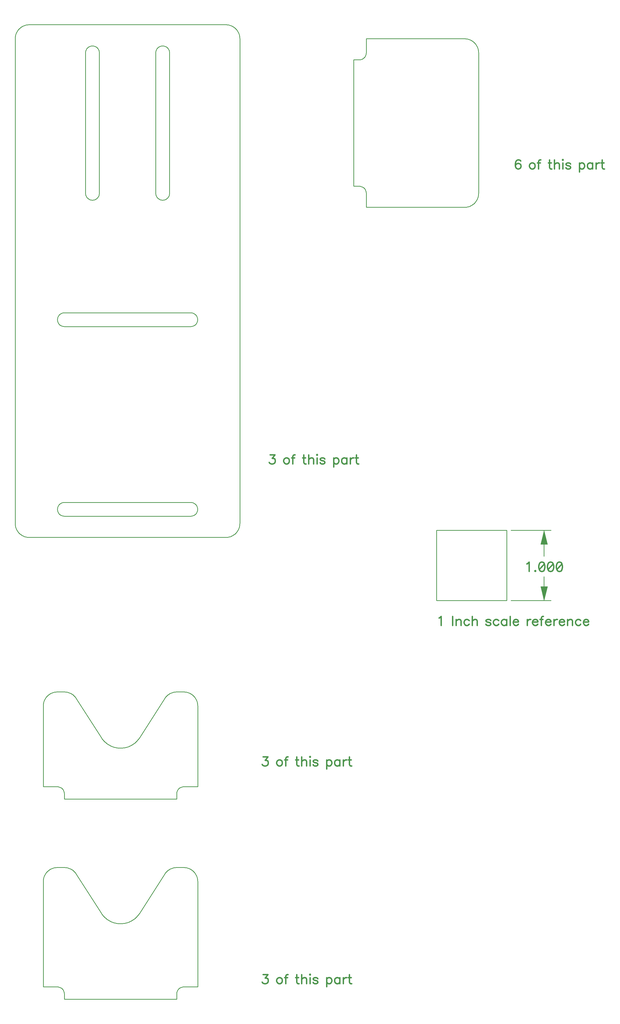
<source format=gbr>
G04*
G04  File:            HOLDER.GBR, Fri Apr 24 10:33:38 2009*
G04  Source:          P-CAD 2000 PCB, Version 15.10.24, (C:\Documents and Settings\ram\My Documents\work\micron\handle\holder.pcb)*
G04  Format:          Gerber Format (RS-274-D), ASCII*
G04*
G04  Format Options:  Absolute Positioning*
G04                   Leading-Zero Suppression*
G04                   Scale Factor 1:1*
G04                   NO Circular Interpolation*
G04                   Inch Units*
G04                   Numeric Format: 4.4 (XXXX.XXXX)*
G04                   G54 NOT Used for Aperture Change*
G04                   Apertures Embedded*
G04*
G04  File Options:    Offset = (0.0mil,0.0mil)*
G04                   Drill Symbol Size = 80.0mil*
G04                   Pad/Via Holes*
G04*
G04  File Contents:   Pads*
G04                   Vias*
G04                   Designators*
G04                   Types*
G04                   Values*
G04                   Drill Symbols*
G04                   Bot Assy*
G04*
%INHOLDER.GBR*%
%ICAS*%
%MOIN*%
G04*
G04  Aperture MACROs for general use --- invoked via D-code assignment *
G04*
G04  General MACRO for flashed round with rotation and/or offset hole *
%AMROTOFFROUND*
1,1,$1,0.0000,0.0000*
1,0,$2,$3,$4*%
G04*
G04  General MACRO for flashed oval (obround) with rotation and/or offset hole *
%AMROTOFFOVAL*
21,1,$1,$2,0.0000,0.0000,$3*
1,1,$4,$5,$6*
1,1,$4,0-$5,0-$6*
1,0,$7,$8,$9*%
G04*
G04  General MACRO for flashed oval (obround) with rotation and no hole *
%AMROTOVALNOHOLE*
21,1,$1,$2,0.0000,0.0000,$3*
1,1,$4,$5,$6*
1,1,$4,0-$5,0-$6*%
G04*
G04  General MACRO for flashed rectangle with rotation and/or offset hole *
%AMROTOFFRECT*
21,1,$1,$2,0.0000,0.0000,$3*
1,0,$4,$5,$6*%
G04*
G04  General MACRO for flashed rectangle with rotation and no hole *
%AMROTRECTNOHOLE*
21,1,$1,$2,0.0000,0.0000,$3*%
G04*
G04  General MACRO for flashed rounded-rectangle *
%AMROUNDRECT*
21,1,$1,$2-$4,0.0000,0.0000,$3*
21,1,$1-$4,$2,0.0000,0.0000,$3*
1,1,$4,$5,$6*
1,1,$4,$7,$8*
1,1,$4,0-$5,0-$6*
1,1,$4,0-$7,0-$8*
1,0,$9,$10,$11*%
G04*
G04  General MACRO for flashed rounded-rectangle with rotation and no hole *
%AMROUNDRECTNOHOLE*
21,1,$1,$2-$4,0.0000,0.0000,$3*
21,1,$1-$4,$2,0.0000,0.0000,$3*
1,1,$4,$5,$6*
1,1,$4,$7,$8*
1,1,$4,0-$5,0-$6*
1,1,$4,0-$7,0-$8*%
G04*
G04  General MACRO for flashed regular polygon *
%AMREGPOLY*
5,1,$1,0.0000,0.0000,$2,$3+$4*
1,0,$5,$6,$7*%
G04*
G04  General MACRO for flashed regular polygon with no hole *
%AMREGPOLYNOHOLE*
5,1,$1,0.0000,0.0000,$2,$3+$4*%
G04*
G04  General MACRO for target *
%AMTARGET*
6,0,0,$1,$2,$3,4,$4,$5,$6*%
G04*
G04  General MACRO for mounting hole *
%AMMTHOLE*
1,1,$1,0,0*
1,0,$2,0,0*
$1=$1-$2*
$1=$1/2*
21,1,$2+$1,$3,0,0,$4*
21,1,$3,$2+$1,0,0,$4*%
G04*
G04*
G04  D10 : "Ellipse X1.0mil Y1.0mil H0.0mil 0.0deg (0.0mil,0.0mil) Draw"*
G04  Disc: OuterDia=0.0010*
%ADD10C, 0.0010*%
G04  D11 : "Ellipse X10.0mil Y10.0mil H0.0mil 0.0deg (0.0mil,0.0mil) Draw"*
G04  Disc: OuterDia=0.0100*
%ADD11C, 0.0100*%
G04  D12 : "Ellipse X20.0mil Y20.0mil H0.0mil 0.0deg (0.0mil,0.0mil) Draw"*
G04  Disc: OuterDia=0.0200*
%ADD12C, 0.0200*%
G04*
%FSLAX44Y44*%
%SFA1B1*%
%OFA0.0000B0.0000*%
G04*
G70*
G90*
G01*
D2*
%LNBot Assy*%
D11*
X27000Y133980*
X26900Y133974D1*
X26802Y133959*
X26706Y133935*
X26613Y133900*
X26524Y133856*
X26440Y133804*
X26361Y133743*
X26289Y133675*
X26225Y133599*
X26168Y133518*
X26120Y133431*
X26081Y133340*
X26051Y133245*
X26031Y133148*
X26021Y133049*
Y132950*
X26031Y132851*
X26051Y132754*
X26081Y132659*
X26120Y132568*
X26168Y132481*
X26225Y132400*
X26289Y132324*
X26361Y132256*
X26440Y132195*
X26524Y132143*
X26613Y132099*
X26706Y132064*
X26802Y132040*
X26900Y132025*
X27000Y132020*
X40020Y178000D2*
Y198000D1*
Y178000D2*
X40025Y177900D1*
X40040Y177802*
X40064Y177706*
X40099Y177613*
X40143Y177524*
X40195Y177440*
X40256Y177361*
X40324Y177289*
X40400Y177225*
X40481Y177168*
X40568Y177120*
X40659Y177081*
X40754Y177051*
X40851Y177031*
X40950Y177021*
X41049*
X41148Y177031*
X41245Y177051*
X41340Y177081*
X41431Y177120*
X41518Y177168*
X41599Y177225*
X41675Y177289*
X41743Y177361*
X41804Y177440*
X41856Y177524*
X41900Y177613*
X41935Y177706*
X41959Y177802*
X41974Y177900*
X41980Y178000*
X31980Y198000D2*
X31974Y198099D1*
X31959Y198197*
X31935Y198293*
X31900Y198386*
X31856Y198475*
X31804Y198559*
X31743Y198638*
X31675Y198710*
X31599Y198774*
X31518Y198831*
X31431Y198879*
X31340Y198918*
X31245Y198948*
X31148Y198968*
X31049Y198978*
X30950*
X30851Y198968*
X30754Y198948*
X30659Y198918*
X30568Y198879*
X30481Y198831*
X30400Y198774*
X30324Y198710*
X30256Y198638*
X30195Y198559*
X30143Y198475*
X30099Y198386*
X30064Y198293*
X30040Y198197*
X30025Y198099*
X30020Y198000*
X31980Y178000D2*
Y198000D1*
Y178000D2*
X31974Y177900D1*
X31959Y177802*
X31935Y177706*
X31900Y177613*
X31856Y177524*
X31804Y177440*
X31743Y177361*
X31675Y177289*
X31599Y177225*
X31518Y177168*
X31431Y177120*
X31340Y177081*
X31245Y177051*
X31148Y177031*
X31049Y177021*
X30950*
X30851Y177031*
X30754Y177051*
X30659Y177081*
X30568Y177120*
X30481Y177168*
X30400Y177225*
X30324Y177289*
X30256Y177361*
X30195Y177440*
X30143Y177524*
X30099Y177613*
X30064Y177706*
X30040Y177802*
X30025Y177900*
X30020Y178000*
X40020Y198000D2*
X40025Y198099D1*
X40040Y198197*
X40064Y198293*
X40099Y198386*
X40143Y198475*
X40195Y198559*
X40256Y198638*
X40324Y198710*
X40400Y198774*
X40481Y198831*
X40568Y198879*
X40659Y198918*
X40754Y198948*
X40851Y198968*
X40950Y198978*
X41049*
X41148Y198968*
X41245Y198948*
X41340Y198918*
X41431Y198879*
X41518Y198831*
X41599Y198774*
X41675Y198710*
X41743Y198638*
X41804Y198559*
X41856Y198475*
X41900Y198386*
X41935Y198293*
X41959Y198197*
X41974Y198099*
X41980Y198000*
Y178000D2*
Y198000D1*
X26000Y93500D2*
X26098Y93495D1*
X26195Y93480*
X26290Y93456*
X26382Y93423*
X26471Y93381*
X26555Y93331*
X26634Y93273*
X26707Y93207*
X26773Y93134*
X26831Y93055*
X26881Y92971*
X26923Y92882*
X26956Y92790*
X26980Y92695*
X26995Y92598*
X27000Y92500*
X43000D2*
X43004Y92598D1*
X43019Y92695*
X43043Y92790*
X43076Y92882*
X43118Y92971*
X43168Y93055*
X43226Y93134*
X43292Y93207*
X43365Y93273*
X43444Y93331*
X43528Y93381*
X43617Y93423*
X43709Y93456*
X43804Y93480*
X43901Y93495*
X44000Y93500*
X27000Y92500D2*
Y91730D1*
X43000Y92500D2*
Y91730D1*
X26000Y107000D2*
X25901Y106997D1*
X25803Y106990*
X25706Y106978*
X25609Y106961*
X25514Y106940*
X25419Y106913*
X25326Y106883*
X25234Y106847*
X25144Y106807*
X25057Y106763*
X24971Y106715*
X24888Y106662*
X24808Y106606*
X24731Y106546*
X24656Y106481*
X24585Y106414*
X24518Y106343*
X24453Y106268*
X24393Y106191*
X24337Y106111*
X24284Y106028*
X24236Y105942*
X24192Y105855*
X24152Y105765*
X24116Y105673*
X24086Y105580*
X24059Y105485*
X24038Y105390*
X24021Y105293*
X24009Y105196*
X24002Y105098*
X24000Y105000*
X44000Y107000D2*
X44098Y106997D1*
X44196Y106990*
X44293Y106978*
X44390Y106961*
X44485Y106940*
X44580Y106913*
X44673Y106883*
X44765Y106847*
X44855Y106807*
X44942Y106763*
X45028Y106715*
X45111Y106662*
X45191Y106606*
X45268Y106546*
X45343Y106481*
X45414Y106414*
X45481Y106343*
X45546Y106268*
X45606Y106191*
X45662Y106111*
X45715Y106028*
X45763Y105942*
X45807Y105855*
X45847Y105765*
X45883Y105673*
X45913Y105580*
X45940Y105485*
X45961Y105390*
X45978Y105293*
X45990Y105196*
X45997Y105098*
X46000Y105000*
X43000Y107000D2*
X42904Y106997D1*
X42808Y106990*
X42713Y106979*
X42618Y106963*
X42525Y106942*
X42432Y106917*
X42341Y106888*
X42251Y106854*
X42163Y106816*
X42077Y106774*
X41993Y106728*
X41911Y106677*
X41832Y106623*
X41755Y106565*
X41682Y106504*
X41611Y106439*
X41544Y106371*
X41480Y106300*
X41419Y106225*
X41362Y106148*
X41309Y106068*
X37700Y100440D2*
X41310Y106070D1*
X32300Y100440D2*
X28690Y106070D1*
X28688Y106071D2*
X28635Y106151D1*
X28578Y106228*
X28517Y106302*
X28453Y106373*
X28386Y106441*
X28315Y106506*
X28242Y106567*
X28165Y106625*
X28086Y106678*
X28005Y106729*
X27921Y106775*
X27835Y106817*
X27747Y106855*
X27657Y106888*
X27566Y106918*
X27474Y106942*
X27380Y106963*
X27286Y106979*
X27191Y106990*
X27095Y106997*
X27000Y107000*
X24000Y93500D2*
Y105000D1*
X46000D2*
Y93500D1*
X43000Y63230D2*
X27000D1*
Y64000D2*
X26995Y64098D1*
X26980Y64195*
X26956Y64290*
X26923Y64382*
X26881Y64471*
X26831Y64555*
X26773Y64634*
X26707Y64707*
X26634Y64773*
X26555Y64831*
X26471Y64881*
X26382Y64923*
X26290Y64956*
X26195Y64980*
X26098Y64995*
X26000Y65000*
X43000Y64000D2*
X43004Y64098D1*
X43019Y64195*
X43043Y64290*
X43076Y64382*
X43118Y64471*
X43168Y64555*
X43226Y64634*
X43292Y64707*
X43365Y64773*
X43444Y64831*
X43528Y64881*
X43617Y64923*
X43709Y64956*
X43804Y64980*
X43901Y64995*
X44000Y65000*
X26000D2*
X24000D1*
Y80000D2*
X24002Y80098D1*
X24009Y80196*
X24021Y80293*
X24038Y80390*
X24059Y80485*
X24086Y80580*
X24116Y80673*
X24152Y80765*
X24192Y80855*
X24236Y80942*
X24284Y81028*
X24337Y81111*
X24393Y81191*
X24453Y81268*
X24518Y81343*
X24585Y81414*
X24656Y81481*
X24731Y81546*
X24808Y81606*
X24888Y81662*
X24971Y81715*
X25057Y81763*
X25144Y81807*
X25234Y81847*
X25326Y81883*
X25419Y81913*
X25514Y81940*
X25609Y81961*
X25706Y81978*
X25803Y81990*
X25901Y81997*
X26000Y82000*
X41309Y81068D2*
X41362Y81148D1*
X41419Y81225*
X41480Y81300*
X41544Y81371*
X41611Y81439*
X41682Y81504*
X41755Y81565*
X41832Y81623*
X41911Y81677*
X41993Y81728*
X42077Y81774*
X42163Y81816*
X42251Y81854*
X42341Y81888*
X42432Y81917*
X42525Y81942*
X42618Y81963*
X42713Y81979*
X42808Y81990*
X42904Y81997*
X43000Y82000*
X37700Y75440D2*
X41310Y81070D1*
X37703Y75446D2*
X37647Y75364D1*
X37588Y75284*
X37527Y75206*
X37463Y75129*
X37397Y75055*
X37328Y74983*
X37258Y74912*
X37185Y74844*
X37111Y74778*
X37034Y74715*
X36955Y74654*
X36875Y74595*
X36793Y74539*
X36709Y74485*
X36624Y74434*
X36537Y74386*
X36448Y74340*
X36358Y74297*
X36267Y74257*
X36175Y74220*
X36082Y74185*
X35987Y74153*
X35892Y74124*
X35796Y74099*
X35699Y74076*
X35602Y74056*
X35504Y74039*
X35405Y74025*
X35306Y74014*
X35207Y74006*
X35108Y74001*
X35008Y74000*
X34908Y74001*
X34809Y74005*
X34710Y74012*
X34611Y74023*
X34512Y74036*
X34414Y74053*
X34316Y74072*
X34219Y74095*
X34123Y74120*
X34028Y74148*
X33933Y74179*
X33840Y74213*
X33747Y74250*
X33656Y74290*
X33566Y74333*
X33477Y74378*
X33390Y74426*
X33305Y74476*
X33220Y74530*
X33138Y74585*
X33057Y74644*
X32978Y74704*
X32901Y74767*
X32826Y74833*
X32753Y74901*
X32683Y74970*
X32614Y75042*
X32547Y75117*
X32483Y75193*
X32421Y75271*
X32362Y75350*
X32305Y75432*
X32300Y75440D2*
X28690Y81070D1*
X28688Y81071D2*
X28635Y81151D1*
X28578Y81228*
X28517Y81302*
X28453Y81373*
X28386Y81441*
X28315Y81506*
X28242Y81567*
X28165Y81625*
X28086Y81678*
X28005Y81729*
X27921Y81775*
X27835Y81817*
X27747Y81855*
X27657Y81888*
X27566Y81918*
X27474Y81942*
X27380Y81963*
X27286Y81979*
X27191Y81990*
X27095Y81997*
X27000Y82000*
X26000D2*
X27000D1*
X43000D2*
X44000D1*
X24000Y65000D2*
Y80000D1*
X46000D2*
Y65000D1*
X27000Y64000D2*
Y63230D1*
X43000Y64000D2*
Y63230D1*
X46000Y65000D2*
X44000D1*
X46000Y80000D2*
X45997Y80098D1*
X45990Y80196*
X45978Y80293*
X45961Y80390*
X45940Y80485*
X45913Y80580*
X45883Y80673*
X45847Y80765*
X45807Y80855*
X45763Y80942*
X45715Y81028*
X45662Y81111*
X45606Y81191*
X45546Y81268*
X45481Y81343*
X45414Y81414*
X45343Y81481*
X45268Y81546*
X45191Y81606*
X45111Y81662*
X45028Y81715*
X44942Y81763*
X44855Y81807*
X44765Y81847*
X44673Y81883*
X44580Y81913*
X44485Y81940*
X44390Y81961*
X44293Y81978*
X44196Y81990*
X44098Y81997*
X44000Y82000*
X46000Y93500D2*
X44000D1*
X43000Y107000D2*
X44000D1*
X37703Y100446D2*
X37647Y100364D1*
X37588Y100284*
X37527Y100206*
X37463Y100129*
X37397Y100055*
X37328Y99983*
X37258Y99912*
X37185Y99844*
X37111Y99778*
X37034Y99715*
X36955Y99654*
X36875Y99595*
X36793Y99539*
X36709Y99485*
X36624Y99434*
X36537Y99386*
X36448Y99340*
X36358Y99297*
X36267Y99257*
X36175Y99220*
X36082Y99185*
X35987Y99153*
X35892Y99124*
X35796Y99099*
X35699Y99076*
X35602Y99056*
X35504Y99039*
X35405Y99025*
X35306Y99014*
X35207Y99006*
X35108Y99001*
X35008Y99000*
X34908Y99001*
X34809Y99005*
X34710Y99012*
X34611Y99023*
X34512Y99036*
X34414Y99053*
X34316Y99072*
X34219Y99095*
X34123Y99120*
X34028Y99148*
X33933Y99179*
X33840Y99213*
X33747Y99250*
X33656Y99290*
X33566Y99333*
X33477Y99378*
X33390Y99426*
X33305Y99476*
X33220Y99530*
X33138Y99585*
X33057Y99644*
X32978Y99704*
X32901Y99767*
X32826Y99833*
X32753Y99901*
X32683Y99970*
X32614Y100042*
X32547Y100117*
X32483Y100193*
X32421Y100271*
X32362Y100350*
X32305Y100432*
X26000Y107000D2*
X27000D1*
X26000Y93500D2*
X24000D1*
X43000Y91730D2*
X27000D1*
X69000Y197000D2*
X69098Y197004D1*
X69195Y197019*
X69290Y197043*
X69382Y197076*
X69471Y197118*
X69555Y197168*
X69634Y197226*
X69707Y197292*
X69773Y197365*
X69831Y197444*
X69881Y197528*
X69923Y197617*
X69956Y197709*
X69980Y197804*
X69995Y197901*
X70000Y198000*
X68230Y179000D2*
Y197000D1*
X70000Y198000D2*
Y200000D1*
X69000Y179000D2*
X68230D1*
X70000Y176000D2*
Y178000D1*
X86000Y198000D2*
X85997Y198098D1*
X85990Y198196*
X85978Y198293*
X85961Y198390*
X85940Y198485*
X85913Y198580*
X85883Y198673*
X85847Y198765*
X85807Y198855*
X85763Y198942*
X85715Y199028*
X85662Y199111*
X85606Y199191*
X85546Y199268*
X85481Y199343*
X85414Y199414*
X85343Y199481*
X85268Y199546*
X85191Y199606*
X85111Y199662*
X85028Y199715*
X84942Y199763*
X84855Y199807*
X84765Y199847*
X84673Y199883*
X84580Y199913*
X84485Y199940*
X84390Y199961*
X84293Y199978*
X84196Y199990*
X84098Y199997*
X84000Y200000*
X70000D2*
X84000D1*
X86000Y178000D2*
X85997Y177901D1*
X85990Y177803*
X85978Y177706*
X85961Y177609*
X85940Y177514*
X85913Y177419*
X85883Y177326*
X85847Y177234*
X85807Y177144*
X85763Y177057*
X85715Y176971*
X85662Y176888*
X85606Y176808*
X85546Y176731*
X85481Y176656*
X85414Y176585*
X85343Y176518*
X85268Y176453*
X85191Y176393*
X85111Y176337*
X85028Y176284*
X84942Y176236*
X84855Y176192*
X84765Y176152*
X84673Y176116*
X84580Y176086*
X84485Y176059*
X84390Y176038*
X84293Y176021*
X84196Y176009*
X84098Y176002*
X84000Y176000*
X30020Y178000D2*
Y198000D1*
X27000Y160980D2*
X44990D1*
X27000Y132020D2*
X45000D1*
X69000Y197000D2*
X68230D1*
X69000Y179000D2*
X69098Y178995D1*
X69195Y178980*
X69290Y178956*
X69382Y178923*
X69471Y178881*
X69555Y178831*
X69634Y178773*
X69707Y178707*
X69773Y178634*
X69831Y178555*
X69881Y178471*
X69923Y178382*
X69956Y178290*
X69980Y178195*
X69995Y178098*
X70000Y178000*
X27000Y159020D2*
X45000D1*
X27000D2*
X26900Y159025D1*
X26802Y159040*
X26706Y159064*
X26613Y159099*
X26524Y159143*
X26440Y159195*
X26361Y159256*
X26289Y159324*
X26225Y159400*
X26168Y159481*
X26120Y159568*
X26081Y159659*
X26051Y159754*
X26031Y159851*
X26021Y159950*
Y160049*
X26031Y160148*
X26051Y160245*
X26081Y160340*
X26120Y160431*
X26168Y160518*
X26225Y160599*
X26289Y160675*
X26361Y160743*
X26440Y160804*
X26524Y160856*
X26613Y160900*
X26706Y160935*
X26802Y160959*
X26900Y160974*
X27000Y160980*
X45000D2*
X45099Y160974D1*
X45197Y160959*
X45293Y160935*
X45386Y160900*
X45475Y160856*
X45559Y160804*
X45638Y160743*
X45710Y160675*
X45774Y160599*
X45831Y160518*
X45879Y160431*
X45918Y160340*
X45948Y160245*
X45968Y160148*
X45978Y160049*
Y159950*
X45968Y159851*
X45948Y159754*
X45918Y159659*
X45879Y159568*
X45831Y159481*
X45774Y159400*
X45710Y159324*
X45638Y159256*
X45559Y159195*
X45475Y159143*
X45386Y159099*
X45293Y159064*
X45197Y159040*
X45099Y159025*
X45000Y159020*
D2*
D12*
X56312Y140750*
X57000D1*
X56625Y140250*
X56812*
X56937Y140187*
X57000Y140125*
X57062Y139937*
Y139812*
X57000Y139625*
X56875Y139500*
X56687Y139437*
X56500*
X56312Y139500*
X56250Y139562*
X56187Y139687*
X58562Y140312D2*
X58437Y140250D1*
X58312Y140125*
X58250Y139937*
Y139812*
X58312Y139625*
X58437Y139500*
X58562Y139437*
X58750*
X58875Y139500*
X59000Y139625*
X59062Y139812*
Y139937*
X59000Y140125*
X58875Y140250*
X58750Y140312*
X58562*
X59875Y140750D2*
X59750D1*
X59625Y140687*
X59562Y140500*
Y139437*
X59375Y140312D2*
X59812D1*
X61125Y140750D2*
Y139687D1*
X61187Y139500*
X61312Y139437*
X61437*
X60937Y140312D2*
X61375D1*
X61812Y140750D2*
Y139437D1*
Y140062D2*
X62000Y140250D1*
X62125Y140312*
X62312*
X62437Y140250*
X62500Y140062*
Y139437*
X62937Y140750D2*
X63000Y140687D1*
X63062Y140750*
X63000Y140812*
X62937Y140750*
X63000Y140312D2*
Y139437D1*
X64125Y140125D2*
X64062Y140250D1*
X63875Y140312*
X63687*
X63500Y140250*
X63437Y140125*
X63500Y140000*
X63625Y139937*
X63937Y139875*
X64062Y139812*
X64125Y139687*
Y139625*
X64062Y139500*
X63875Y139437*
X63687*
X63500Y139500*
X63437Y139625*
X65375Y140312D2*
Y139000D1*
Y140125D2*
X65500Y140250D1*
X65625Y140312*
X65812*
X65937Y140250*
X66062Y140125*
X66125Y139937*
Y139812*
X66062Y139625*
X65937Y139500*
X65812Y139437*
X65625*
X65500Y139500*
X65375Y139625*
X67250Y140312D2*
Y139437D1*
Y140125D2*
X67125Y140250D1*
X67000Y140312*
X66812*
X66687Y140250*
X66562Y140125*
X66500Y139937*
Y139812*
X66562Y139625*
X66687Y139500*
X66812Y139437*
X67000*
X67125Y139500*
X67250Y139625*
X67750Y140312D2*
Y139437D1*
Y139937D2*
X67812Y140125D1*
X67937Y140250*
X68062Y140312*
X68250*
X68625Y140750D2*
Y139687D1*
X68687Y139500*
X68812Y139437*
X68937*
X68437Y140312D2*
X68875D1*
X92000Y182562D2*
X91937Y182687D1*
X91750Y182750*
X91625*
X91437Y182687*
X91312Y182500*
X91250Y182187*
Y181875*
X91312Y181625*
X91437Y181500*
X91625Y181437*
X91687*
X91875Y181500*
X92000Y181625*
X92062Y181812*
Y181875*
X92000Y182062*
X91875Y182187*
X91687Y182250*
X91625*
X91437Y182187*
X91312Y182062*
X91250Y181875*
X93562Y182312D2*
X93437Y182250D1*
X93312Y182125*
X93250Y181937*
Y181812*
X93312Y181625*
X93437Y181500*
X93562Y181437*
X93750*
X93875Y181500*
X94000Y181625*
X94062Y181812*
Y181937*
X94000Y182125*
X93875Y182250*
X93750Y182312*
X93562*
X94875Y182750D2*
X94750D1*
X94625Y182687*
X94562Y182500*
Y181437*
X94375Y182312D2*
X94812D1*
X96125Y182750D2*
Y181687D1*
X96187Y181500*
X96312Y181437*
X96437*
X95937Y182312D2*
X96375D1*
X96812Y182750D2*
Y181437D1*
Y182062D2*
X97000Y182250D1*
X97125Y182312*
X97312*
X97437Y182250*
X97500Y182062*
Y181437*
X97937Y182750D2*
X98000Y182687D1*
X98062Y182750*
X98000Y182812*
X97937Y182750*
X98000Y182312D2*
Y181437D1*
X99125Y182125D2*
X99062Y182250D1*
X98875Y182312*
X98687*
X98500Y182250*
X98437Y182125*
X98500Y182000*
X98625Y181937*
X98937Y181875*
X99062Y181812*
X99125Y181687*
Y181625*
X99062Y181500*
X98875Y181437*
X98687*
X98500Y181500*
X98437Y181625*
X100375Y182312D2*
Y181000D1*
Y182125D2*
X100500Y182250D1*
X100625Y182312*
X100812*
X100937Y182250*
X101062Y182125*
X101125Y181937*
Y181812*
X101062Y181625*
X100937Y181500*
X100812Y181437*
X100625*
X100500Y181500*
X100375Y181625*
X102250Y182312D2*
Y181437D1*
Y182125D2*
X102125Y182250D1*
X102000Y182312*
X101812*
X101687Y182250*
X101562Y182125*
X101500Y181937*
Y181812*
X101562Y181625*
X101687Y181500*
X101812Y181437*
X102000*
X102125Y181500*
X102250Y181625*
X102750Y182312D2*
Y181437D1*
Y181937D2*
X102812Y182125D1*
X102937Y182250*
X103062Y182312*
X103250*
X103625Y182750D2*
Y181687D1*
X103687Y181500*
X103812Y181437*
X103937*
X103437Y182312D2*
X103875D1*
X55312Y97750D2*
X56000D1*
X55625Y97250*
X55812*
X55937Y97187*
X56000Y97125*
X56062Y96937*
Y96812*
X56000Y96625*
X55875Y96500*
X55687Y96437*
X55500*
X55312Y96500*
X55250Y96562*
X55187Y96687*
X57562Y97312D2*
X57437Y97250D1*
X57312Y97125*
X57250Y96937*
Y96812*
X57312Y96625*
X57437Y96500*
X57562Y96437*
X57750*
X57875Y96500*
X58000Y96625*
X58062Y96812*
Y96937*
X58000Y97125*
X57875Y97250*
X57750Y97312*
X57562*
X58875Y97750D2*
X58750D1*
X58625Y97687*
X58562Y97500*
Y96437*
X58375Y97312D2*
X58812D1*
X60125Y97750D2*
Y96687D1*
X60187Y96500*
X60312Y96437*
X60437*
X59937Y97312D2*
X60375D1*
X60812Y97750D2*
Y96437D1*
Y97062D2*
X61000Y97250D1*
X61125Y97312*
X61312*
X61437Y97250*
X61500Y97062*
Y96437*
X61937Y97750D2*
X62000Y97687D1*
X62062Y97750*
X62000Y97812*
X61937Y97750*
X62000Y97312D2*
Y96437D1*
X63125Y97125D2*
X63062Y97250D1*
X62875Y97312*
X62687*
X62500Y97250*
X62437Y97125*
X62500Y97000*
X62625Y96937*
X62937Y96875*
X63062Y96812*
X63125Y96687*
Y96625*
X63062Y96500*
X62875Y96437*
X62687*
X62500Y96500*
X62437Y96625*
X64375Y97312D2*
Y96000D1*
Y97125D2*
X64500Y97250D1*
X64625Y97312*
X64812*
X64937Y97250*
X65062Y97125*
X65125Y96937*
Y96812*
X65062Y96625*
X64937Y96500*
X64812Y96437*
X64625*
X64500Y96500*
X64375Y96625*
X66250Y97312D2*
Y96437D1*
Y97125D2*
X66125Y97250D1*
X66000Y97312*
X65812*
X65687Y97250*
X65562Y97125*
X65500Y96937*
Y96812*
X65562Y96625*
X65687Y96500*
X65812Y96437*
X66000*
X66125Y96500*
X66250Y96625*
X66750Y97312D2*
Y96437D1*
Y96937D2*
X66812Y97125D1*
X66937Y97250*
X67062Y97312*
X67250*
X67625Y97750D2*
Y96687D1*
X67687Y96500*
X67812Y96437*
X67937*
X67437Y97312D2*
X67875D1*
X55312Y66750D2*
X56000D1*
X55625Y66250*
X55812*
X55937Y66187*
X56000Y66125*
X56062Y65937*
Y65812*
X56000Y65625*
X55875Y65500*
X55687Y65437*
X55500*
X55312Y65500*
X55250Y65562*
X55187Y65687*
X57562Y66312D2*
X57437Y66250D1*
X57312Y66125*
X57250Y65937*
Y65812*
X57312Y65625*
X57437Y65500*
X57562Y65437*
X57750*
X57875Y65500*
X58000Y65625*
X58062Y65812*
Y65937*
X58000Y66125*
X57875Y66250*
X57750Y66312*
X57562*
X58875Y66750D2*
X58750D1*
X58625Y66687*
X58562Y66500*
Y65437*
X58375Y66312D2*
X58812D1*
X60125Y66750D2*
Y65687D1*
X60187Y65500*
X60312Y65437*
X60437*
X59937Y66312D2*
X60375D1*
X60812Y66750D2*
Y65437D1*
Y66062D2*
X61000Y66250D1*
X61125Y66312*
X61312*
X61437Y66250*
X61500Y66062*
Y65437*
X61937Y66750D2*
X62000Y66687D1*
X62062Y66750*
X62000Y66812*
X61937Y66750*
X62000Y66312D2*
Y65437D1*
X63125Y66125D2*
X63062Y66250D1*
X62875Y66312*
X62687*
X62500Y66250*
X62437Y66125*
X62500Y66000*
X62625Y65937*
X62937Y65875*
X63062Y65812*
X63125Y65687*
Y65625*
X63062Y65500*
X62875Y65437*
X62687*
X62500Y65500*
X62437Y65625*
X64375Y66312D2*
Y65000D1*
Y66125D2*
X64500Y66250D1*
X64625Y66312*
X64812*
X64937Y66250*
X65062Y66125*
X65125Y65937*
Y65812*
X65062Y65625*
X64937Y65500*
X64812Y65437*
X64625*
X64500Y65500*
X64375Y65625*
X66250Y66312D2*
Y65437D1*
Y66125D2*
X66125Y66250D1*
X66000Y66312*
X65812*
X65687Y66250*
X65562Y66125*
X65500Y65937*
Y65812*
X65562Y65625*
X65687Y65500*
X65812Y65437*
X66000*
X66125Y65500*
X66250Y65625*
X66750Y66312D2*
Y65437D1*
Y65937D2*
X66812Y66125D1*
X66937Y66250*
X67062Y66312*
X67250*
X67625Y66750D2*
Y65687D1*
X67687Y65500*
X67812Y65437*
X67937*
X67437Y66312D2*
X67875D1*
D2*
D11*
X86000Y198000*
Y178000D1*
X52000Y131000D2*
X51997Y130901D1*
X51990Y130803*
X51978Y130706*
X51961Y130609*
X51940Y130514*
X51913Y130419*
X51883Y130326*
X51847Y130234*
X51807Y130144*
X51763Y130057*
X51715Y129971*
X51662Y129888*
X51606Y129808*
X51546Y129731*
X51481Y129656*
X51414Y129585*
X51343Y129518*
X51268Y129453*
X51191Y129393*
X51111Y129337*
X51028Y129284*
X50942Y129236*
X50855Y129192*
X50765Y129152*
X50673Y129116*
X50580Y129086*
X50485Y129059*
X50390Y129038*
X50293Y129021*
X50196Y129009*
X50098Y129002*
X50000Y129000*
X52000Y200000D2*
X51997Y200098D1*
X51990Y200196*
X51978Y200293*
X51961Y200390*
X51940Y200485*
X51913Y200580*
X51883Y200673*
X51847Y200765*
X51807Y200855*
X51763Y200942*
X51715Y201028*
X51662Y201111*
X51606Y201191*
X51546Y201268*
X51481Y201343*
X51414Y201414*
X51343Y201481*
X51268Y201546*
X51191Y201606*
X51111Y201662*
X51028Y201715*
X50942Y201763*
X50855Y201807*
X50765Y201847*
X50673Y201883*
X50580Y201913*
X50485Y201940*
X50390Y201961*
X50293Y201978*
X50196Y201990*
X50098Y201997*
X50000Y202000*
X22000D2*
X21901Y201997D1*
X21803Y201990*
X21706Y201978*
X21609Y201961*
X21514Y201940*
X21419Y201913*
X21326Y201883*
X21234Y201847*
X21144Y201807*
X21057Y201763*
X20971Y201715*
X20888Y201662*
X20808Y201606*
X20731Y201546*
X20656Y201481*
X20585Y201414*
X20518Y201343*
X20453Y201268*
X20393Y201191*
X20337Y201111*
X20284Y201028*
X20236Y200942*
X20192Y200855*
X20152Y200765*
X20116Y200673*
X20086Y200580*
X20059Y200485*
X20038Y200390*
X20021Y200293*
X20009Y200196*
X20002Y200098*
X20000Y200000*
Y131000D2*
X20002Y130901D1*
X20009Y130803*
X20021Y130706*
X20038Y130609*
X20059Y130514*
X20086Y130419*
X20116Y130326*
X20152Y130234*
X20192Y130144*
X20236Y130057*
X20284Y129971*
X20337Y129888*
X20393Y129808*
X20453Y129731*
X20518Y129656*
X20585Y129585*
X20656Y129518*
X20731Y129453*
X20808Y129393*
X20888Y129337*
X20971Y129284*
X21057Y129236*
X21144Y129192*
X21234Y129152*
X21326Y129116*
X21419Y129086*
X21514Y129059*
X21609Y129038*
X21706Y129021*
X21803Y129009*
X21901Y129002*
X22000Y129000*
X50000*
X52000Y200000D2*
Y131000D1*
X20000Y200000D2*
Y131000D1*
X22000Y202000D2*
X50000D1*
X27000Y133980D2*
X44990D1*
X45000D2*
X45099Y133974D1*
X45197Y133959*
X45293Y133935*
X45386Y133900*
X45475Y133856*
X45559Y133804*
X45638Y133743*
X45710Y133675*
X45774Y133599*
X45831Y133518*
X45879Y133431*
X45918Y133340*
X45948Y133245*
X45968Y133148*
X45978Y133049*
Y132950*
X45968Y132851*
X45948Y132754*
X45918Y132659*
X45879Y132568*
X45831Y132481*
X45774Y132400*
X45710Y132324*
X45638Y132256*
X45559Y132195*
X45475Y132143*
X45386Y132099*
X45293Y132064*
X45197Y132040*
X45099Y132025*
X45000Y132020*
X70000Y176000D2*
X84000D1*
X80000Y130000D2*
Y120000D1*
X90000D2*
Y130000D1*
X80000Y120000D2*
X90000D1*
Y130000D2*
X80000D1*
X95329Y120000D2*
Y123393D1*
D2*
D10*
X95328Y120046*
X95330D1*
X95326Y120051D2*
X95331D1*
X95325Y120056D2*
X95333D1*
X95324Y120061D2*
X95334D1*
X95323Y120066D2*
X95335D1*
X95321Y120071D2*
X95336D1*
X95320Y120076D2*
X95338D1*
X95319Y120081D2*
X95339D1*
X95318Y120086D2*
X95340D1*
X95316Y120091D2*
X95341D1*
X95315Y120096D2*
X95343D1*
X95314Y120101D2*
X95344D1*
X95313Y120106D2*
X95345D1*
X95312Y120111D2*
X95346D1*
X95310Y120116D2*
X95348D1*
X95309Y120121D2*
X95349D1*
X95308Y120126D2*
X95350D1*
X95307Y120131D2*
X95351D1*
X95305Y120136D2*
X95353D1*
X95304Y120141D2*
X95354D1*
X95303Y120146D2*
X95355D1*
X95302Y120151D2*
X95356D1*
X95300Y120156D2*
X95358D1*
X95299Y120161D2*
X95359D1*
X95298Y120166D2*
X95360D1*
X95297Y120171D2*
X95361D1*
X95295Y120176D2*
X95363D1*
X95294Y120181D2*
X95364D1*
X95293Y120186D2*
X95365D1*
X95292Y120191D2*
X95366D1*
X95290Y120196D2*
X95368D1*
X95289Y120201D2*
X95369D1*
X95288Y120206D2*
X95370D1*
X95287Y120211D2*
X95371D1*
X95285Y120216D2*
X95373D1*
X95284Y120221D2*
X95374D1*
X95283Y120226D2*
X95375D1*
X95282Y120231D2*
X95376D1*
X95280Y120236D2*
X95378D1*
X95279Y120241D2*
X95379D1*
X95278Y120246D2*
X95380D1*
X95277Y120251D2*
X95381D1*
X95275Y120256D2*
X95383D1*
X95274Y120261D2*
X95384D1*
X95273Y120266D2*
X95385D1*
X95272Y120271D2*
X95386D1*
X95270Y120276D2*
X95388D1*
X95269Y120281D2*
X95389D1*
X95268Y120286D2*
X95390D1*
X95267Y120291D2*
X95391D1*
X95265Y120296D2*
X95393D1*
X95264Y120301D2*
X95394D1*
X95263Y120306D2*
X95395D1*
X95262Y120311D2*
X95396D1*
X95260Y120316D2*
X95398D1*
X95259Y120321D2*
X95399D1*
X95258Y120325D2*
X95400D1*
X95257Y120330D2*
X95401D1*
X95255Y120335D2*
X95403D1*
X95254Y120340D2*
X95404D1*
X95253Y120345D2*
X95405D1*
X95252Y120350D2*
X95406D1*
X95250Y120355D2*
X95408D1*
X95249Y120360D2*
X95409D1*
X95248Y120365D2*
X95410D1*
X95247Y120370D2*
X95411D1*
X95245Y120375D2*
X95413D1*
X95244Y120380D2*
X95414D1*
X95243Y120385D2*
X95415D1*
X95242Y120390D2*
X95416D1*
X95240Y120395D2*
X95418D1*
X95239Y120400D2*
X95419D1*
X95238Y120405D2*
X95420D1*
X95237Y120410D2*
X95421D1*
X95235Y120415D2*
X95423D1*
X95234Y120420D2*
X95424D1*
X95233Y120425D2*
X95425D1*
X95232Y120430D2*
X95426D1*
X95230Y120435D2*
X95428D1*
X95229Y120440D2*
X95429D1*
X95228Y120445D2*
X95430D1*
X95227Y120450D2*
X95431D1*
X95225Y120455D2*
X95433D1*
X95224Y120460D2*
X95434D1*
X95223Y120465D2*
X95435D1*
X95222Y120470D2*
X95436D1*
X95220Y120475D2*
X95438D1*
X95219Y120480D2*
X95439D1*
X95218Y120485D2*
X95440D1*
X95217Y120490D2*
X95441D1*
X95215Y120495D2*
X95443D1*
X95214Y120500D2*
X95444D1*
X95213Y120505D2*
X95445D1*
X95212Y120510D2*
X95446D1*
X95210Y120515D2*
X95448D1*
X95209Y120520D2*
X95449D1*
X95208Y120525D2*
X95450D1*
X95207Y120530D2*
X95451D1*
X95205Y120535D2*
X95453D1*
X95204Y120540D2*
X95454D1*
X95203Y120545D2*
X95455D1*
X95202Y120550D2*
X95456D1*
X95200Y120555D2*
X95458D1*
X95199Y120560D2*
X95459D1*
X95198Y120565D2*
X95460D1*
X95197Y120570D2*
X95461D1*
X95195Y120575D2*
X95463D1*
X95194Y120580D2*
X95464D1*
X95193Y120585D2*
X95465D1*
X95192Y120590D2*
X95466D1*
X95190Y120595D2*
X95468D1*
X95189Y120600D2*
X95469D1*
X95188Y120605D2*
X95470D1*
X95187Y120610D2*
X95471D1*
X95185Y120615D2*
X95473D1*
X95184Y120620D2*
X95474D1*
X95183Y120625D2*
X95475D1*
X95182Y120630D2*
X95476D1*
X95180Y120635D2*
X95478D1*
X95179Y120640D2*
X95479D1*
X95178Y120645D2*
X95480D1*
X95177Y120650D2*
X95481D1*
X95175Y120655D2*
X95483D1*
X95174Y120660D2*
X95484D1*
X95173Y120665D2*
X95485D1*
X95172Y120670D2*
X95486D1*
X95170Y120675D2*
X95488D1*
X95169Y120680D2*
X95489D1*
X95168Y120685D2*
X95490D1*
X95167Y120690D2*
X95491D1*
X95165Y120695D2*
X95493D1*
X95164Y120700D2*
X95494D1*
X95163Y120705D2*
X95495D1*
X95162Y120710D2*
X95496D1*
X95160Y120715D2*
X95498D1*
X95159Y120720D2*
X95499D1*
X95158Y120725D2*
X95500D1*
X95157Y120730D2*
X95501D1*
X95155Y120735D2*
X95503D1*
X95154Y120740D2*
X95504D1*
X95153Y120745D2*
X95505D1*
X95152Y120750D2*
X95506D1*
X95150Y120755D2*
X95508D1*
X95149Y120760D2*
X95509D1*
X95148Y120765D2*
X95510D1*
X95147Y120770D2*
X95511D1*
X95145Y120775D2*
X95513D1*
X95144Y120780D2*
X95514D1*
X95143Y120785D2*
X95515D1*
X95142Y120790D2*
X95516D1*
X95140Y120795D2*
X95518D1*
X95139Y120800D2*
X95519D1*
X95138Y120805D2*
X95520D1*
X95137Y120810D2*
X95521D1*
X95135Y120815D2*
X95523D1*
X95134Y120820D2*
X95524D1*
X95133Y120825D2*
X95525D1*
X95132Y120830D2*
X95526D1*
X95130Y120835D2*
X95528D1*
X95129Y120840D2*
X95529D1*
X95128Y120845D2*
X95530D1*
X95127Y120850D2*
X95531D1*
X95125Y120855D2*
X95533D1*
X95124Y120860D2*
X95534D1*
X95123Y120865D2*
X95535D1*
X95122Y120870D2*
X95536D1*
X95120Y120875D2*
X95538D1*
X95119Y120880D2*
X95539D1*
X95118Y120885D2*
X95540D1*
X95117Y120890D2*
X95541D1*
X95115Y120895D2*
X95543D1*
X95114Y120900D2*
X95544D1*
X95113Y120905D2*
X95545D1*
X95112Y120910D2*
X95546D1*
X95110Y120915D2*
X95548D1*
X95109Y120920D2*
X95549D1*
X95108Y120925D2*
X95550D1*
X95107Y120930D2*
X95551D1*
X95105Y120935D2*
X95553D1*
X95104Y120940D2*
X95554D1*
X95103Y120945D2*
X95555D1*
X95102Y120950D2*
X95556D1*
X95100Y120955D2*
X95558D1*
X95099Y120960D2*
X95559D1*
X95098Y120965D2*
X95560D1*
X95097Y120970D2*
X95561D1*
X95095Y120975D2*
X95563D1*
X95094Y120980D2*
X95564D1*
X95093Y120985D2*
X95565D1*
X95092Y120990D2*
X95566D1*
X95090Y120995D2*
X95568D1*
X95089Y121000D2*
X95569D1*
X95088Y121005D2*
X95570D1*
X95087Y121010D2*
X95571D1*
X95085Y121015D2*
X95573D1*
X95084Y121020D2*
X95574D1*
X95083Y121025D2*
X95575D1*
X95082Y121030D2*
X95576D1*
X95080Y121035D2*
X95578D1*
X95079Y121040D2*
X95579D1*
X95078Y121045D2*
X95580D1*
X95077Y121050D2*
X95581D1*
X95075Y121055D2*
X95583D1*
X95074Y121060D2*
X95584D1*
X95073Y121065D2*
X95585D1*
X95072Y121070D2*
X95586D1*
X95070Y121075D2*
X95588D1*
X95069Y121080D2*
X95589D1*
X95068Y121085D2*
X95590D1*
X95067Y121090D2*
X95591D1*
X95065Y121095D2*
X95593D1*
X95064Y121100D2*
X95594D1*
X95063Y121105D2*
X95595D1*
X95062Y121110D2*
X95596D1*
X95060Y121115D2*
X95598D1*
X95059Y121120D2*
X95599D1*
X95058Y121125D2*
X95600D1*
X95057Y121130D2*
X95601D1*
X95055Y121135D2*
X95603D1*
X95054Y121140D2*
X95604D1*
X95053Y121145D2*
X95605D1*
X95052Y121150D2*
X95606D1*
X95050Y121155D2*
X95608D1*
X95049Y121160D2*
X95609D1*
X95048Y121165D2*
X95610D1*
X95047Y121170D2*
X95611D1*
X95045Y121175D2*
X95613D1*
X95044Y121180D2*
X95614D1*
X95043Y121185D2*
X95615D1*
X95042Y121190D2*
X95616D1*
X95040Y121195D2*
X95618D1*
X95039Y121200D2*
X95619D1*
X95038Y121205D2*
X95620D1*
X95037Y121210D2*
X95621D1*
X95035Y121215D2*
X95623D1*
X95034Y121220D2*
X95624D1*
X95033Y121225D2*
X95625D1*
X95032Y121230D2*
X95626D1*
X95030Y121235D2*
X95628D1*
X95029Y121240D2*
X95629D1*
X95028Y121245D2*
X95630D1*
X95027Y121250D2*
X95631D1*
X95025Y121255D2*
X95633D1*
X95024Y121260D2*
X95634D1*
X95023Y121265D2*
X95635D1*
X95022Y121270D2*
X95636D1*
X95020Y121275D2*
X95637D1*
X95019Y121280D2*
X95639D1*
X95018Y121285D2*
X95640D1*
X95017Y121290D2*
X95641D1*
X95015Y121295D2*
X95642D1*
X95014Y121300D2*
X95644D1*
X95013Y121305D2*
X95645D1*
X95012Y121310D2*
X95646D1*
X95010Y121315D2*
X95647D1*
X95009Y121320D2*
X95649D1*
X95008Y121325D2*
X95650D1*
X95007Y121330D2*
X95651D1*
X95005Y121335D2*
X95652D1*
X95004Y121340D2*
X95654D1*
X95003Y121345D2*
X95655D1*
X95002Y121350D2*
X95656D1*
X95000Y121355D2*
X95657D1*
X94999Y121360D2*
X95659D1*
X94998Y121365D2*
X95660D1*
X94997Y121370D2*
X95661D1*
X94995Y121375D2*
X95662D1*
X94994Y121380D2*
X95664D1*
X94993Y121385D2*
X95665D1*
X94992Y121390D2*
X95666D1*
X94991Y121395D2*
X95667D1*
X94989Y121400D2*
X95669D1*
X94988Y121405D2*
X95670D1*
X94987Y121410D2*
X95671D1*
X94986Y121415D2*
X95672D1*
X94984Y121420D2*
X95674D1*
X94983Y121425D2*
X95675D1*
X94982Y121430D2*
X95676D1*
X94981Y121435D2*
X95677D1*
X94979Y121440D2*
X95679D1*
X94978Y121445D2*
X95680D1*
X94977Y121450D2*
X95681D1*
X94976Y121455D2*
X95682D1*
X94974Y121460D2*
X95684D1*
X94973Y121465D2*
X95685D1*
X94972Y121470D2*
X95686D1*
X94971Y121475D2*
X95687D1*
X94969Y121480D2*
X95689D1*
X94968Y121485D2*
X95690D1*
X94967Y121490D2*
X95691D1*
X94966Y121495D2*
X95692D1*
X94964Y121500D2*
X95694D1*
X94963Y121505D2*
X95695D1*
X94962Y121510D2*
X95696D1*
X94961Y121515D2*
X95697D1*
X94959Y121520D2*
X95699D1*
X94958Y121525D2*
X95700D1*
X94957Y121530D2*
X95701D1*
X94956Y121535D2*
X95702D1*
X94954Y121540D2*
X95704D1*
X94953Y121545D2*
X95705D1*
X94952Y121550D2*
X95706D1*
X94951Y121555D2*
X95707D1*
X94949Y121560D2*
X95709D1*
X94948Y121565D2*
X95710D1*
X94947Y121570D2*
X95711D1*
X94946Y121575D2*
X95712D1*
X94944Y121580D2*
X95714D1*
X94943Y121585D2*
X95715D1*
X94942Y121590D2*
X95716D1*
X94941Y121594D2*
X95717D1*
X94939Y121599D2*
X95719D1*
X94938Y121604D2*
X95720D1*
X94937Y121609D2*
X95721D1*
X94936Y121614D2*
X95722D1*
X94934Y121619D2*
X95724D1*
X94933Y121624D2*
X95725D1*
X94932Y121629D2*
X95726D1*
X94931Y121634D2*
X95727D1*
X94929Y121639D2*
X95729D1*
X94928Y121644D2*
X95730D1*
X94927Y121649D2*
X95731D1*
X94926Y121654D2*
X95732D1*
X94924Y121659D2*
X95734D1*
X94923Y121664D2*
X95735D1*
X94922Y121669D2*
X95736D1*
X94921Y121674D2*
X95737D1*
X94919Y121679D2*
X95739D1*
X94918Y121684D2*
X95740D1*
X94917Y121689D2*
X95741D1*
X94916Y121694D2*
X95742D1*
X94914Y121699D2*
X95744D1*
X94913Y121704D2*
X95745D1*
X94912Y121709D2*
X95746D1*
X94911Y121714D2*
X95747D1*
X94909Y121719D2*
X95749D1*
X94908Y121724D2*
X95750D1*
X94907Y121729D2*
X95751D1*
X94906Y121734D2*
X95752D1*
X94904Y121739D2*
X95754D1*
X94903Y121744D2*
X95755D1*
X94902Y121749D2*
X95756D1*
X94901Y121754D2*
X95757D1*
X94899Y121759D2*
X95759D1*
X94898Y121764D2*
X95760D1*
X94897Y121769D2*
X95761D1*
X94896Y121774D2*
X95762D1*
X94894Y121779D2*
X95764D1*
X94893Y121784D2*
X95765D1*
X94892Y121789D2*
X95766D1*
X94891Y121794D2*
X95767D1*
X94889Y121799D2*
X95769D1*
X94888Y121804D2*
X95770D1*
X94887Y121809D2*
X95771D1*
X94886Y121814D2*
X95772D1*
X94884Y121819D2*
X95774D1*
X94883Y121824D2*
X95775D1*
X94882Y121829D2*
X95776D1*
X94881Y121834D2*
X95777D1*
X94879Y121839D2*
X95779D1*
X94878Y121844D2*
X95780D1*
X94877Y121849D2*
X95781D1*
X94876Y121854D2*
X95782D1*
X94874Y121859D2*
X95784D1*
X94873Y121864D2*
X95785D1*
X94872Y121869D2*
X95786D1*
X94871Y121874D2*
X95787D1*
X94869Y121879D2*
X95789D1*
X94868Y121884D2*
X95790D1*
X94867Y121889D2*
X95791D1*
X94866Y121894D2*
X95792D1*
X94864Y121899D2*
X95794D1*
X94863Y121904D2*
X95795D1*
X94862Y121909D2*
X95796D1*
X94861Y121914D2*
X95797D1*
X94859Y121919D2*
X95799D1*
X94858Y121924D2*
X95800D1*
X94857Y121929D2*
X95801D1*
X94856Y121934D2*
X95802D1*
X94854Y121939D2*
X95804D1*
X94853Y121944D2*
X95805D1*
X94852Y121949D2*
X95806D1*
X94851Y121954D2*
X95807D1*
X94849Y121959D2*
X95809D1*
X94848Y121964D2*
X95810D1*
X94847Y121969D2*
X95811D1*
X94846Y121974D2*
X95812D1*
X94844Y121979D2*
X95814D1*
X94843Y121984D2*
X95815D1*
X94842Y121989D2*
X95816D1*
X95823Y121995D2*
X94835D1*
X95329Y120020*
X95823Y121995*
D2*
D11*
X95329Y130000*
Y126293D1*
D2*
D10*
X94842Y128010*
X95816D1*
X94843Y128014D2*
X95815D1*
X94844Y128019D2*
X95814D1*
X94846Y128024D2*
X95812D1*
X94847Y128029D2*
X95811D1*
X94848Y128034D2*
X95810D1*
X94849Y128039D2*
X95809D1*
X94851Y128044D2*
X95807D1*
X94852Y128049D2*
X95806D1*
X94853Y128054D2*
X95805D1*
X94854Y128059D2*
X95804D1*
X94856Y128064D2*
X95802D1*
X94857Y128069D2*
X95801D1*
X94858Y128074D2*
X95800D1*
X94859Y128079D2*
X95799D1*
X94861Y128084D2*
X95797D1*
X94862Y128089D2*
X95796D1*
X94863Y128094D2*
X95795D1*
X94864Y128099D2*
X95794D1*
X94866Y128104D2*
X95792D1*
X94867Y128109D2*
X95791D1*
X94868Y128114D2*
X95790D1*
X94869Y128119D2*
X95789D1*
X94871Y128124D2*
X95787D1*
X94872Y128129D2*
X95786D1*
X94873Y128134D2*
X95785D1*
X94874Y128139D2*
X95784D1*
X94876Y128144D2*
X95782D1*
X94877Y128149D2*
X95781D1*
X94878Y128154D2*
X95780D1*
X94879Y128159D2*
X95779D1*
X94881Y128164D2*
X95777D1*
X94882Y128169D2*
X95776D1*
X94883Y128174D2*
X95775D1*
X94884Y128179D2*
X95774D1*
X94886Y128184D2*
X95772D1*
X94887Y128189D2*
X95771D1*
X94888Y128194D2*
X95770D1*
X94889Y128199D2*
X95769D1*
X94891Y128204D2*
X95767D1*
X94892Y128209D2*
X95766D1*
X94893Y128214D2*
X95765D1*
X94894Y128219D2*
X95764D1*
X94895Y128224D2*
X95762D1*
X94897Y128229D2*
X95761D1*
X94898Y128234D2*
X95760D1*
X94899Y128239D2*
X95759D1*
X94900Y128244D2*
X95757D1*
X94902Y128249D2*
X95756D1*
X94903Y128254D2*
X95755D1*
X94904Y128259D2*
X95754D1*
X94905Y128264D2*
X95752D1*
X94907Y128269D2*
X95751D1*
X94908Y128274D2*
X95750D1*
X94909Y128279D2*
X95749D1*
X94910Y128284D2*
X95747D1*
X94912Y128289D2*
X95746D1*
X94913Y128294D2*
X95745D1*
X94914Y128299D2*
X95744D1*
X94915Y128304D2*
X95742D1*
X94917Y128309D2*
X95741D1*
X94918Y128314D2*
X95740D1*
X94919Y128319D2*
X95739D1*
X94920Y128324D2*
X95737D1*
X94922Y128329D2*
X95736D1*
X94923Y128334D2*
X95735D1*
X94924Y128339D2*
X95734D1*
X94925Y128344D2*
X95733D1*
X94927Y128349D2*
X95731D1*
X94928Y128354D2*
X95730D1*
X94929Y128359D2*
X95729D1*
X94930Y128364D2*
X95728D1*
X94932Y128369D2*
X95726D1*
X94933Y128374D2*
X95725D1*
X94934Y128379D2*
X95724D1*
X94935Y128384D2*
X95723D1*
X94937Y128389D2*
X95721D1*
X94938Y128394D2*
X95720D1*
X94939Y128399D2*
X95719D1*
X94940Y128404D2*
X95718D1*
X94942Y128409D2*
X95716D1*
X94943Y128414D2*
X95715D1*
X94944Y128419D2*
X95714D1*
X94945Y128424D2*
X95713D1*
X94947Y128429D2*
X95711D1*
X94948Y128434D2*
X95710D1*
X94949Y128439D2*
X95709D1*
X94950Y128444D2*
X95708D1*
X94952Y128449D2*
X95706D1*
X94953Y128454D2*
X95705D1*
X94954Y128459D2*
X95704D1*
X94955Y128464D2*
X95703D1*
X94957Y128469D2*
X95701D1*
X94958Y128474D2*
X95700D1*
X94959Y128479D2*
X95699D1*
X94960Y128484D2*
X95698D1*
X94962Y128489D2*
X95696D1*
X94963Y128494D2*
X95695D1*
X94964Y128499D2*
X95694D1*
X94965Y128504D2*
X95693D1*
X94967Y128509D2*
X95691D1*
X94968Y128514D2*
X95690D1*
X94969Y128519D2*
X95689D1*
X94970Y128524D2*
X95688D1*
X94972Y128529D2*
X95686D1*
X94973Y128534D2*
X95685D1*
X94974Y128539D2*
X95684D1*
X94975Y128544D2*
X95683D1*
X94977Y128549D2*
X95681D1*
X94978Y128554D2*
X95680D1*
X94979Y128559D2*
X95679D1*
X94980Y128564D2*
X95678D1*
X94982Y128569D2*
X95676D1*
X94983Y128574D2*
X95675D1*
X94984Y128579D2*
X95674D1*
X94985Y128584D2*
X95673D1*
X94987Y128589D2*
X95671D1*
X94988Y128594D2*
X95670D1*
X94989Y128599D2*
X95669D1*
X94990Y128604D2*
X95668D1*
X94992Y128609D2*
X95666D1*
X94993Y128614D2*
X95665D1*
X94994Y128619D2*
X95664D1*
X94995Y128624D2*
X95663D1*
X94997Y128629D2*
X95661D1*
X94998Y128634D2*
X95660D1*
X94999Y128639D2*
X95659D1*
X95000Y128644D2*
X95658D1*
X95002Y128649D2*
X95656D1*
X95003Y128654D2*
X95655D1*
X95004Y128659D2*
X95654D1*
X95005Y128664D2*
X95653D1*
X95007Y128669D2*
X95651D1*
X95008Y128674D2*
X95650D1*
X95009Y128679D2*
X95649D1*
X95010Y128684D2*
X95648D1*
X95012Y128689D2*
X95646D1*
X95013Y128694D2*
X95645D1*
X95014Y128699D2*
X95644D1*
X95015Y128704D2*
X95643D1*
X95017Y128709D2*
X95641D1*
X95018Y128714D2*
X95640D1*
X95019Y128719D2*
X95639D1*
X95020Y128724D2*
X95638D1*
X95022Y128729D2*
X95636D1*
X95023Y128734D2*
X95635D1*
X95024Y128739D2*
X95634D1*
X95025Y128744D2*
X95633D1*
X95027Y128749D2*
X95631D1*
X95028Y128754D2*
X95630D1*
X95029Y128759D2*
X95629D1*
X95030Y128764D2*
X95628D1*
X95032Y128769D2*
X95626D1*
X95033Y128774D2*
X95625D1*
X95034Y128779D2*
X95624D1*
X95035Y128784D2*
X95623D1*
X95037Y128789D2*
X95621D1*
X95038Y128794D2*
X95620D1*
X95039Y128799D2*
X95619D1*
X95040Y128804D2*
X95618D1*
X95042Y128809D2*
X95616D1*
X95043Y128814D2*
X95615D1*
X95044Y128819D2*
X95614D1*
X95045Y128824D2*
X95613D1*
X95047Y128829D2*
X95611D1*
X95048Y128834D2*
X95610D1*
X95049Y128839D2*
X95609D1*
X95050Y128844D2*
X95608D1*
X95052Y128849D2*
X95606D1*
X95053Y128854D2*
X95605D1*
X95054Y128859D2*
X95604D1*
X95055Y128864D2*
X95603D1*
X95057Y128869D2*
X95601D1*
X95058Y128874D2*
X95600D1*
X95059Y128879D2*
X95599D1*
X95060Y128884D2*
X95598D1*
X95062Y128889D2*
X95596D1*
X95063Y128894D2*
X95595D1*
X95064Y128899D2*
X95594D1*
X95065Y128904D2*
X95593D1*
X95067Y128909D2*
X95591D1*
X95068Y128914D2*
X95590D1*
X95069Y128919D2*
X95589D1*
X95070Y128924D2*
X95588D1*
X95072Y128929D2*
X95586D1*
X95073Y128934D2*
X95585D1*
X95074Y128939D2*
X95584D1*
X95075Y128944D2*
X95583D1*
X95077Y128949D2*
X95581D1*
X95078Y128954D2*
X95580D1*
X95079Y128959D2*
X95579D1*
X95080Y128964D2*
X95578D1*
X95082Y128969D2*
X95576D1*
X95083Y128974D2*
X95575D1*
X95084Y128979D2*
X95574D1*
X95085Y128984D2*
X95573D1*
X95087Y128989D2*
X95571D1*
X95088Y128994D2*
X95570D1*
X95089Y128999D2*
X95569D1*
X95090Y129004D2*
X95568D1*
X95092Y129009D2*
X95566D1*
X95093Y129014D2*
X95565D1*
X95094Y129019D2*
X95564D1*
X95095Y129024D2*
X95563D1*
X95097Y129029D2*
X95561D1*
X95098Y129034D2*
X95560D1*
X95099Y129039D2*
X95559D1*
X95100Y129044D2*
X95558D1*
X95102Y129049D2*
X95556D1*
X95103Y129054D2*
X95555D1*
X95104Y129059D2*
X95554D1*
X95105Y129064D2*
X95553D1*
X95107Y129069D2*
X95551D1*
X95108Y129074D2*
X95550D1*
X95109Y129079D2*
X95549D1*
X95110Y129084D2*
X95548D1*
X95112Y129089D2*
X95546D1*
X95113Y129094D2*
X95545D1*
X95114Y129099D2*
X95544D1*
X95115Y129104D2*
X95543D1*
X95117Y129109D2*
X95541D1*
X95118Y129114D2*
X95540D1*
X95119Y129119D2*
X95539D1*
X95120Y129124D2*
X95538D1*
X95122Y129129D2*
X95536D1*
X95123Y129134D2*
X95535D1*
X95124Y129139D2*
X95534D1*
X95125Y129144D2*
X95533D1*
X95127Y129149D2*
X95531D1*
X95128Y129154D2*
X95530D1*
X95129Y129159D2*
X95529D1*
X95130Y129164D2*
X95528D1*
X95132Y129169D2*
X95526D1*
X95133Y129174D2*
X95525D1*
X95134Y129179D2*
X95524D1*
X95135Y129184D2*
X95523D1*
X95137Y129189D2*
X95521D1*
X95138Y129194D2*
X95520D1*
X95139Y129199D2*
X95519D1*
X95140Y129204D2*
X95518D1*
X95142Y129209D2*
X95516D1*
X95143Y129214D2*
X95515D1*
X95144Y129219D2*
X95514D1*
X95145Y129224D2*
X95513D1*
X95147Y129229D2*
X95511D1*
X95148Y129234D2*
X95510D1*
X95149Y129239D2*
X95509D1*
X95150Y129244D2*
X95508D1*
X95152Y129249D2*
X95506D1*
X95153Y129254D2*
X95505D1*
X95154Y129259D2*
X95504D1*
X95155Y129264D2*
X95503D1*
X95157Y129269D2*
X95501D1*
X95158Y129274D2*
X95500D1*
X95159Y129279D2*
X95499D1*
X95160Y129283D2*
X95498D1*
X95162Y129288D2*
X95496D1*
X95163Y129293D2*
X95495D1*
X95164Y129298D2*
X95494D1*
X95165Y129303D2*
X95493D1*
X95167Y129308D2*
X95491D1*
X95168Y129313D2*
X95490D1*
X95169Y129318D2*
X95489D1*
X95170Y129323D2*
X95488D1*
X95172Y129328D2*
X95486D1*
X95173Y129333D2*
X95485D1*
X95174Y129338D2*
X95484D1*
X95175Y129343D2*
X95483D1*
X95177Y129348D2*
X95481D1*
X95178Y129353D2*
X95480D1*
X95179Y129358D2*
X95479D1*
X95180Y129363D2*
X95478D1*
X95182Y129368D2*
X95476D1*
X95183Y129373D2*
X95475D1*
X95184Y129378D2*
X95474D1*
X95185Y129383D2*
X95473D1*
X95187Y129388D2*
X95471D1*
X95188Y129393D2*
X95470D1*
X95189Y129398D2*
X95469D1*
X95190Y129403D2*
X95468D1*
X95192Y129408D2*
X95466D1*
X95193Y129413D2*
X95465D1*
X95194Y129418D2*
X95464D1*
X95195Y129423D2*
X95463D1*
X95197Y129428D2*
X95461D1*
X95198Y129433D2*
X95460D1*
X95199Y129438D2*
X95459D1*
X95200Y129443D2*
X95458D1*
X95202Y129448D2*
X95456D1*
X95203Y129453D2*
X95455D1*
X95204Y129458D2*
X95454D1*
X95205Y129463D2*
X95453D1*
X95207Y129468D2*
X95451D1*
X95208Y129473D2*
X95450D1*
X95209Y129478D2*
X95449D1*
X95210Y129483D2*
X95448D1*
X95212Y129488D2*
X95446D1*
X95213Y129493D2*
X95445D1*
X95214Y129498D2*
X95444D1*
X95215Y129503D2*
X95443D1*
X95216Y129508D2*
X95441D1*
X95218Y129513D2*
X95440D1*
X95219Y129518D2*
X95439D1*
X95220Y129523D2*
X95438D1*
X95221Y129528D2*
X95436D1*
X95223Y129533D2*
X95435D1*
X95224Y129538D2*
X95434D1*
X95225Y129543D2*
X95433D1*
X95226Y129548D2*
X95431D1*
X95228Y129553D2*
X95430D1*
X95229Y129558D2*
X95429D1*
X95230Y129563D2*
X95428D1*
X95231Y129568D2*
X95426D1*
X95233Y129573D2*
X95425D1*
X95234Y129578D2*
X95424D1*
X95235Y129583D2*
X95423D1*
X95236Y129588D2*
X95421D1*
X95238Y129593D2*
X95420D1*
X95239Y129598D2*
X95419D1*
X95240Y129603D2*
X95418D1*
X95241Y129608D2*
X95416D1*
X95243Y129613D2*
X95415D1*
X95244Y129618D2*
X95414D1*
X95245Y129623D2*
X95413D1*
X95246Y129628D2*
X95412D1*
X95248Y129633D2*
X95410D1*
X95249Y129638D2*
X95409D1*
X95250Y129643D2*
X95408D1*
X95251Y129648D2*
X95407D1*
X95253Y129653D2*
X95405D1*
X95254Y129658D2*
X95404D1*
X95255Y129663D2*
X95403D1*
X95256Y129668D2*
X95402D1*
X95258Y129673D2*
X95400D1*
X95259Y129678D2*
X95399D1*
X95260Y129683D2*
X95398D1*
X95261Y129688D2*
X95397D1*
X95263Y129693D2*
X95395D1*
X95264Y129698D2*
X95394D1*
X95265Y129703D2*
X95393D1*
X95266Y129708D2*
X95392D1*
X95268Y129713D2*
X95390D1*
X95269Y129718D2*
X95389D1*
X95270Y129723D2*
X95388D1*
X95271Y129728D2*
X95387D1*
X95273Y129733D2*
X95385D1*
X95274Y129738D2*
X95384D1*
X95275Y129743D2*
X95383D1*
X95276Y129748D2*
X95382D1*
X95278Y129753D2*
X95380D1*
X95279Y129758D2*
X95379D1*
X95280Y129763D2*
X95378D1*
X95281Y129768D2*
X95377D1*
X95283Y129773D2*
X95375D1*
X95284Y129778D2*
X95374D1*
X95285Y129783D2*
X95373D1*
X95286Y129788D2*
X95372D1*
X95288Y129793D2*
X95370D1*
X95289Y129798D2*
X95369D1*
X95290Y129803D2*
X95368D1*
X95291Y129808D2*
X95367D1*
X95293Y129813D2*
X95365D1*
X95294Y129818D2*
X95364D1*
X95295Y129823D2*
X95363D1*
X95296Y129828D2*
X95362D1*
X95298Y129833D2*
X95360D1*
X95299Y129838D2*
X95359D1*
X95300Y129843D2*
X95358D1*
X95301Y129848D2*
X95357D1*
X95303Y129853D2*
X95355D1*
X95304Y129858D2*
X95354D1*
X95305Y129863D2*
X95353D1*
X95306Y129868D2*
X95352D1*
X95308Y129873D2*
X95350D1*
X95309Y129878D2*
X95349D1*
X95310Y129883D2*
X95348D1*
X95311Y129888D2*
X95347D1*
X95313Y129893D2*
X95345D1*
X95314Y129898D2*
X95344D1*
X95315Y129903D2*
X95343D1*
X95316Y129908D2*
X95342D1*
X95318Y129913D2*
X95340D1*
X95319Y129918D2*
X95339D1*
X95320Y129923D2*
X95338D1*
X95321Y129928D2*
X95337D1*
X95323Y129933D2*
X95335D1*
X95324Y129938D2*
X95334D1*
X95325Y129943D2*
X95333D1*
X95326Y129948D2*
X95332D1*
X95328Y129953D2*
X95330D1*
X95329Y129958D2*
X95329D1*
X95329Y129979D2*
X94835Y128005D1*
X95823*
X95329Y129979*
D2*
D11*
X90600Y120000*
X96329D1*
X90600Y130000D2*
X96329D1*
D2*
D12*
X92891Y125218*
X93016Y125280D1*
X93204Y125468*
Y124155*
X94079Y124280D2*
X94016Y124218D1*
X94079Y124155*
X94141Y124218*
X94079Y124280*
X94954Y125468D2*
X94766Y125405D1*
X94641Y125218*
X94579Y124905*
Y124718*
X94641Y124405*
X94766Y124218*
X94954Y124155*
X95079*
X95266Y124218*
X95391Y124405*
X95454Y124718*
Y124905*
X95391Y125218*
X95266Y125405*
X95079Y125468*
X94954*
X95391Y125218D2*
X94641Y124405D1*
X96204Y125468D2*
X96016Y125405D1*
X95891Y125218*
X95829Y124905*
Y124718*
X95891Y124405*
X96016Y124218*
X96204Y124155*
X96329*
X96516Y124218*
X96641Y124405*
X96704Y124718*
Y124905*
X96641Y125218*
X96516Y125405*
X96329Y125468*
X96204*
X96641Y125218D2*
X95891Y124405D1*
X97454Y125468D2*
X97266Y125405D1*
X97141Y125218*
X97079Y124905*
Y124718*
X97141Y124405*
X97266Y124218*
X97454Y124155*
X97579*
X97766Y124218*
X97891Y124405*
X97954Y124718*
Y124905*
X97891Y125218*
X97766Y125405*
X97579Y125468*
X97454*
X97891Y125218D2*
X97141Y124405D1*
X80375Y117500D2*
X80500Y117562D1*
X80687Y117750*
Y116437*
X82312Y117750D2*
Y116437D1*
X82812Y117312D2*
Y116437D1*
Y117062D2*
X83000Y117250D1*
X83125Y117312*
X83312*
X83437Y117250*
X83500Y117062*
Y116437*
X84687Y117125D2*
X84562Y117250D1*
X84437Y117312*
X84250*
X84125Y117250*
X84000Y117125*
X83937Y116937*
Y116812*
X84000Y116625*
X84125Y116500*
X84250Y116437*
X84437*
X84562Y116500*
X84687Y116625*
X85125Y117750D2*
Y116437D1*
Y117062D2*
X85312Y117250D1*
X85437Y117312*
X85625*
X85750Y117250*
X85812Y117062*
Y116437*
X87750Y117125D2*
X87687Y117250D1*
X87500Y117312*
X87312*
X87125Y117250*
X87062Y117125*
X87125Y117000*
X87250Y116937*
X87562Y116875*
X87687Y116812*
X87750Y116687*
Y116625*
X87687Y116500*
X87500Y116437*
X87312*
X87125Y116500*
X87062Y116625*
X88875Y117125D2*
X88750Y117250D1*
X88625Y117312*
X88437*
X88312Y117250*
X88187Y117125*
X88125Y116937*
Y116812*
X88187Y116625*
X88312Y116500*
X88437Y116437*
X88625*
X88750Y116500*
X88875Y116625*
X90000Y117312D2*
Y116437D1*
Y117125D2*
X89875Y117250D1*
X89750Y117312*
X89562*
X89437Y117250*
X89312Y117125*
X89250Y116937*
Y116812*
X89312Y116625*
X89437Y116500*
X89562Y116437*
X89750*
X89875Y116500*
X90000Y116625*
X90500Y117750D2*
Y116437D1*
X90937Y116937D2*
X91687D1*
Y117062*
X91625Y117187*
X91562Y117250*
X91437Y117312*
X91250*
X91125Y117250*
X91000Y117125*
X90937Y116937*
Y116812*
X91000Y116625*
X91125Y116500*
X91250Y116437*
X91437*
X91562Y116500*
X91687Y116625*
X92937Y117312D2*
Y116437D1*
Y116937D2*
X93000Y117125D1*
X93125Y117250*
X93250Y117312*
X93437*
X93687Y116937D2*
X94437D1*
Y117062*
X94375Y117187*
X94312Y117250*
X94187Y117312*
X94000*
X93875Y117250*
X93750Y117125*
X93687Y116937*
Y116812*
X93750Y116625*
X93875Y116500*
X94000Y116437*
X94187*
X94312Y116500*
X94437Y116625*
X95250Y117750D2*
X95125D1*
X95000Y117687*
X94937Y117500*
Y116437*
X94750Y117312D2*
X95187D1*
X95562Y116937D2*
X96312D1*
Y117062*
X96250Y117187*
X96187Y117250*
X96062Y117312*
X95875*
X95750Y117250*
X95625Y117125*
X95562Y116937*
Y116812*
X95625Y116625*
X95750Y116500*
X95875Y116437*
X96062*
X96187Y116500*
X96312Y116625*
X96750Y117312D2*
Y116437D1*
Y116937D2*
X96812Y117125D1*
X96937Y117250*
X97062Y117312*
X97250*
X97500Y116937D2*
X98250D1*
Y117062*
X98187Y117187*
X98125Y117250*
X98000Y117312*
X97812*
X97687Y117250*
X97562Y117125*
X97500Y116937*
Y116812*
X97562Y116625*
X97687Y116500*
X97812Y116437*
X98000*
X98125Y116500*
X98250Y116625*
X98687Y117312D2*
Y116437D1*
Y117062D2*
X98875Y117250D1*
X99000Y117312*
X99187*
X99312Y117250*
X99375Y117062*
Y116437*
X100562Y117125D2*
X100437Y117250D1*
X100312Y117312*
X100125*
X100000Y117250*
X99875Y117125*
X99812Y116937*
Y116812*
X99875Y116625*
X100000Y116500*
X100125Y116437*
X100312*
X100437Y116500*
X100562Y116625*
X100937Y116937D2*
X101687D1*
Y117062*
X101625Y117187*
X101562Y117250*
X101437Y117312*
X101250*
X101125Y117250*
X101000Y117125*
X100937Y116937*
Y116812*
X101000Y116625*
X101125Y116500*
X101250Y116437*
X101437*
X101562Y116500*
X101687Y116625*
D02M02*

</source>
